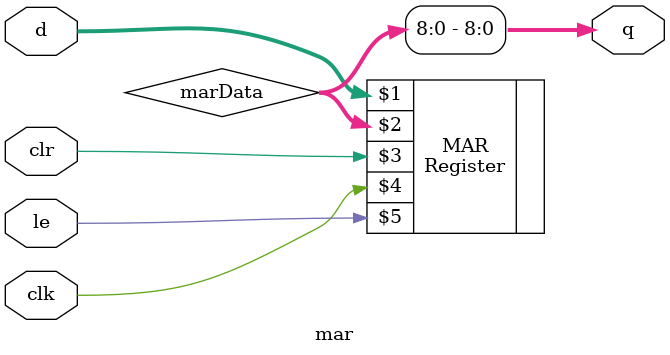
<source format=v>
module mar(input [31:0] d, output [8:0] q, input le, clk, clr); 
	wire [31:0] marData;
	
	Register MAR(d, marData, clr, clk, le);
	
	assign q = marData[8:0];
endmodule
</source>
